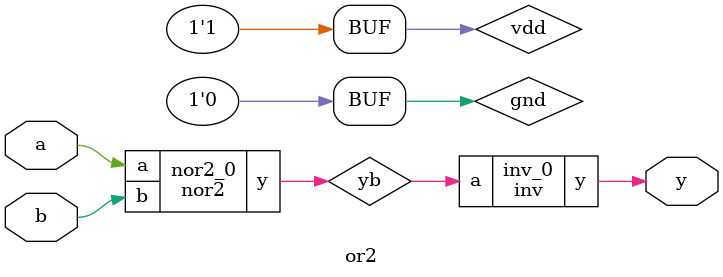
<source format=v>
/* Verilog for cell 'or2{sch}' from library 'tutorial_vb' */
/* Created on Wed Mar 09, 2011 21:08:55 */
/* Last revised on Tue Mar 15, 2011 23:46:45 */
/* Written on Wed Mar 16, 2011 00:27:24 by Electric VLSI Design System, version 9.00 */

module inv(a, y);
  input a;
  output y;

  supply1 vdd;
  supply0 gnd;
  tranif1 nmos_0(gnd, y, a);
  tranif0 pmos_0(y, vdd, a);
endmodule   /* inv */

module nor2(a, b, y);
  input a;
  input b;
  output y;

  supply1 vdd;
  supply0 gnd;
  wire net_23;

  tranif1 nmos_0(gnd, y, b);
  tranif1 nmos_1(gnd, y, a);
  tranif0 pmos_0(net_23, vdd, a);
  tranif0 pmos_1(y, net_23, b);
endmodule   /* nor2 */

module or2(a, b, y);
  input a;
  input b;
  output y;

  supply1 vdd;
  supply0 gnd;
  wire yb;

  inv inv_0(.a(yb), .y(y));
  nor2 nor2_0(.a(a), .b(b), .y(yb));
endmodule   /* or2 */

</source>
